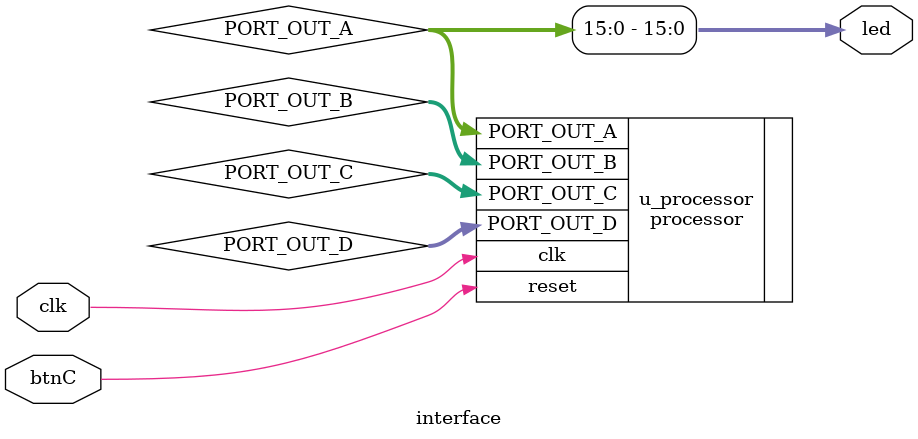
<source format=v>
`timescale 1ns / 1ps


module interface(
	input clk,
	input btnC,
	
	output [15: 0] led
);
	
	wire [31: 0] PORT_OUT_A;
	wire [31: 0] PORT_OUT_B;
	wire [31: 0] PORT_OUT_C;
	wire [31: 0] PORT_OUT_D;
	
	assign led = PORT_OUT_A[15: 0];

	processor #(
		.WIDTH      (32),
        .INITFILE	("/home/laperex/Programming/FPGA/pipelined_riscv/build/rom.txt"),
        .DUMPFILE	("")
	) u_processor (
		.clk           (clk),
		.reset         (btnC),

		// input [WIDTH - 1: 0] PORT_IN_A,
		// input [WIDTH - 1: 0] PORT_IN_B,
		// input [WIDTH - 1: 0] PORT_IN_C,
		// input [WIDTH - 1: 0] PORT_IN_D,

		.PORT_OUT_A    (PORT_OUT_A),
		.PORT_OUT_B    (PORT_OUT_B),
		.PORT_OUT_C    (PORT_OUT_C),
		.PORT_OUT_D    (PORT_OUT_D)
	);
endmodule

</source>
